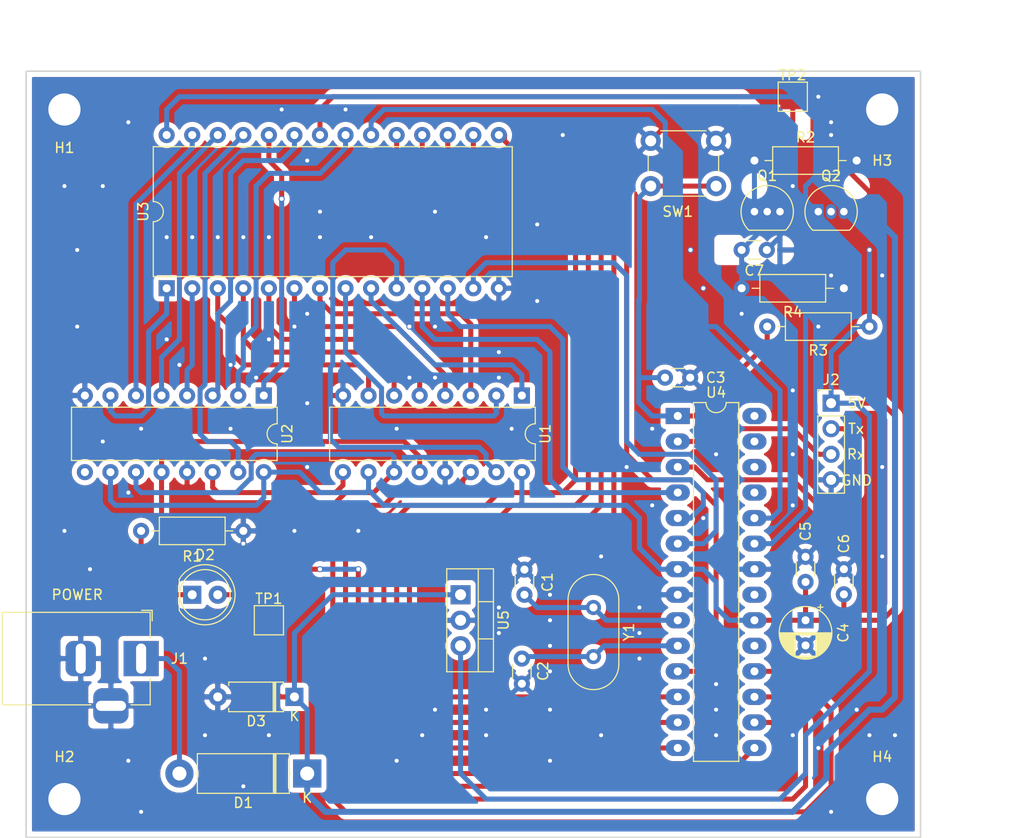
<source format=kicad_pcb>
(kicad_pcb (version 20171130) (host pcbnew "(5.1.5-0)")
  (layers (0 F.Cu signal) (31 B.Cu signal) (34 B.Paste user) (35 F.Paste user) (36 B.SilkS user) (37 F.SilkS user) (38 B.Mask user) (39 F.Mask user) (44 Edge.Cuts user))
  (net 0 "")
  (net 1 GND)
  (net 2 +12V)
  (net 3 "Net-(D2-Pad1)")
  (net 4 +5V)
  (net 5 "Net-(U1-Pad9)")
  (net 6 RESET)
  (net 7 "Net-(D1-Pad2)")
  (net 8 XTAL1)
  (net 9 XTAL2)
  (net 10 TX)
  (net 11 RX)
  (net 12 RWPIN)
  (net 13 OE)
  (net 14 ABUS_1)
  (net 15 ABUS_2)
  (net 16 ABUS_3)
  (net 17 SRCLK)
  (net 18 ABUS_4)
  (net 19 RCLK)
  (net 20 ABUS_5)
  (net 21 ABUS_6)
  (net 22 SER)
  (net 23 ABUS_7)
  (net 24 ABUS_0)
  (net 25 ABUS_8)
  (net 26 ABUS_15)
  (net 27 ABUS_14)
  (net 28 ABUS_13)
  (net 29 ABUS_12)
  (net 30 ABUS_11)
  (net 31 ABUS_10)
  (net 32 ABUS_9)
  (net 33 DBUS_3)
  (net 34 DBUS_4)
  (net 35 DBUS_5)
  (net 36 DBUS_6)
  (net 37 DBUS_7)
  (net 38 CE)
  (net 39 DBUS_0)
  (net 40 DBUS_1)
  (net 41 DBUS_2)
  (net 42 "Net-(C7-Pad2)")
  (net 43 "Net-(Q1-Pad1)")
  (net 44 "Net-(Q2-Pad1)")
  (module Resistor_THT:R_Axial_DIN0207_L6.3mm_D2.5mm_P10.16mm_Horizontal (layer F.Cu) (at 185.42 99.06 180)
    (fp_text reference R3 (at 5.08 -2.37) (layer F.SilkS))
    (fp_text value 1KΩ)
    (pad 1 thru_hole circle (at 0 0 180) (size 1.6 1.6) (drill 0.8) (layers *.Cu *.Mask) (net 4 +5V))
    (pad 2 thru_hole oval (at 10.16 0 180) (size 1.6 1.6) (drill 0.8) (layers *.Cu *.Mask) (net 6 RESET))
  )
  (module LED_THT:LED_D5.0mm (layer F.Cu) (at 118.11 125.73)
    (fp_text reference D2 (at 1.27 -3.96 180) (layer F.SilkS))
    (fp_text value LED)
    (pad 1 thru_hole rect (at 0 0) (size 1.8 1.8) (drill 0.9) (layers *.Cu *.Mask) (net 3 "Net-(D2-Pad1)"))
    (pad 2 thru_hole circle (at 2.54 0) (size 1.8 1.8) (drill 0.9) (layers *.Cu *.Mask) (net 2 +12V))
  )
  (module Package_DIP:DIP-28_W7.62mm_LongPads (layer F.Cu) (at 166.37 107.95)
    (fp_text reference U4 (at 3.81 -2.33) (layer F.SilkS))
    (fp_text value ATMEGA328-PU)
    (pad 1 thru_hole rect (at 0 0) (size 2.4 1.6) (drill 0.8) (layers *.Cu *.Mask) (net 6 RESET))
    (pad 15 thru_hole oval (at 7.62 33.02) (size 2.4 1.6) (drill 0.8) (layers *.Cu *.Mask) (net 37 DBUS_7))
    (pad 2 thru_hole oval (at 0 2.54) (size 2.4 1.6) (drill 0.8) (layers *.Cu *.Mask) (net 11 RX))
    (pad 16 thru_hole oval (at 7.62 30.48) (size 2.4 1.6) (drill 0.8) (layers *.Cu *.Mask) (net 19 RCLK))
    (pad 3 thru_hole oval (at 0 5.08) (size 2.4 1.6) (drill 0.8) (layers *.Cu *.Mask) (net 10 TX))
    (pad 17 thru_hole oval (at 7.62 27.94) (size 2.4 1.6) (drill 0.8) (layers *.Cu *.Mask) (net 22 SER))
    (pad 4 thru_hole oval (at 0 7.62) (size 2.4 1.6) (drill 0.8) (layers *.Cu *.Mask) (net 39 DBUS_0))
    (pad 18 thru_hole oval (at 7.62 25.4) (size 2.4 1.6) (drill 0.8) (layers *.Cu *.Mask) (net 17 SRCLK))
    (pad 5 thru_hole oval (at 0 10.16) (size 2.4 1.6) (drill 0.8) (layers *.Cu *.Mask) (net 40 DBUS_1))
    (pad 19 thru_hole oval (at 7.62 22.86) (size 2.4 1.6) (drill 0.8) (layers *.Cu *.Mask))
    (pad 6 thru_hole oval (at 0 12.7) (size 2.4 1.6) (drill 0.8) (layers *.Cu *.Mask) (net 41 DBUS_2))
    (pad 20 thru_hole oval (at 7.62 20.32) (size 2.4 1.6) (drill 0.8) (layers *.Cu *.Mask) (net 4 +5V))
    (pad 7 thru_hole oval (at 0 15.24) (size 2.4 1.6) (drill 0.8) (layers *.Cu *.Mask) (net 4 +5V))
    (pad 21 thru_hole oval (at 7.62 17.78) (size 2.4 1.6) (drill 0.8) (layers *.Cu *.Mask))
    (pad 8 thru_hole oval (at 0 17.78) (size 2.4 1.6) (drill 0.8) (layers *.Cu *.Mask) (net 1 GND))
    (pad 22 thru_hole oval (at 7.62 15.24) (size 2.4 1.6) (drill 0.8) (layers *.Cu *.Mask) (net 1 GND))
    (pad 9 thru_hole oval (at 0 20.32) (size 2.4 1.6) (drill 0.8) (layers *.Cu *.Mask) (net 8 XTAL1))
    (pad 23 thru_hole oval (at 7.62 12.7) (size 2.4 1.6) (drill 0.8) (layers *.Cu *.Mask) (net 12 RWPIN))
    (pad 10 thru_hole oval (at 0 22.86) (size 2.4 1.6) (drill 0.8) (layers *.Cu *.Mask) (net 9 XTAL2))
    (pad 24 thru_hole oval (at 7.62 10.16) (size 2.4 1.6) (drill 0.8) (layers *.Cu *.Mask) (net 38 CE))
    (pad 11 thru_hole oval (at 0 25.4) (size 2.4 1.6) (drill 0.8) (layers *.Cu *.Mask) (net 33 DBUS_3))
    (pad 25 thru_hole oval (at 7.62 7.62) (size 2.4 1.6) (drill 0.8) (layers *.Cu *.Mask))
    (pad 12 thru_hole oval (at 0 27.94) (size 2.4 1.6) (drill 0.8) (layers *.Cu *.Mask) (net 34 DBUS_4))
    (pad 26 thru_hole oval (at 7.62 5.08) (size 2.4 1.6) (drill 0.8) (layers *.Cu *.Mask))
    (pad 13 thru_hole oval (at 0 30.48) (size 2.4 1.6) (drill 0.8) (layers *.Cu *.Mask) (net 35 DBUS_5))
    (pad 27 thru_hole oval (at 7.62 2.54) (size 2.4 1.6) (drill 0.8) (layers *.Cu *.Mask))
    (pad 14 thru_hole oval (at 0 33.02) (size 2.4 1.6) (drill 0.8) (layers *.Cu *.Mask) (net 36 DBUS_6))
    (pad 28 thru_hole oval (at 7.62 0) (size 2.4 1.6) (drill 0.8) (layers *.Cu *.Mask))
  )
  (module Resistor_THT:R_Axial_DIN0207_L6.3mm_D2.5mm_P10.16mm_Horizontal (layer F.Cu) (at 173.99 82.55)
    (fp_text reference R2 (at 5.08 -2.31) (layer F.SilkS))
    (fp_text value 1KΩ)
    (pad 2 thru_hole oval (at 10.16 0) (size 1.6 1.6) (drill 0.8) (layers *.Cu *.Mask) (net 12 RWPIN))
    (pad 1 thru_hole circle (at 0 0) (size 1.6 1.6) (drill 0.8) (layers *.Cu *.Mask) (net 43 "Net-(Q1-Pad1)"))
  )
  (module Package_DIP:DIP-28_W15.24mm (layer F.Cu) (at 115.57 95.25 90)
    (fp_text reference U3 (at 7.62 -2.33 90) (layer F.SilkS))
    (fp_text value 27C512)
    (pad 1 thru_hole rect (at 0 0 90) (size 1.6 1.6) (drill 0.8) (layers *.Cu *.Mask) (net 26 ABUS_15))
    (pad 15 thru_hole oval (at 15.24 33.02 90) (size 1.6 1.6) (drill 0.8) (layers *.Cu *.Mask) (net 33 DBUS_3))
    (pad 2 thru_hole oval (at 0 2.54 90) (size 1.6 1.6) (drill 0.8) (layers *.Cu *.Mask) (net 29 ABUS_12))
    (pad 16 thru_hole oval (at 15.24 30.48 90) (size 1.6 1.6) (drill 0.8) (layers *.Cu *.Mask) (net 34 DBUS_4))
    (pad 3 thru_hole oval (at 0 5.08 90) (size 1.6 1.6) (drill 0.8) (layers *.Cu *.Mask) (net 23 ABUS_7))
    (pad 17 thru_hole oval (at 15.24 27.94 90) (size 1.6 1.6) (drill 0.8) (layers *.Cu *.Mask) (net 35 DBUS_5))
    (pad 4 thru_hole oval (at 0 7.62 90) (size 1.6 1.6) (drill 0.8) (layers *.Cu *.Mask) (net 21 ABUS_6))
    (pad 18 thru_hole oval (at 15.24 25.4 90) (size 1.6 1.6) (drill 0.8) (layers *.Cu *.Mask) (net 36 DBUS_6))
    (pad 5 thru_hole oval (at 0 10.16 90) (size 1.6 1.6) (drill 0.8) (layers *.Cu *.Mask) (net 20 ABUS_5))
    (pad 19 thru_hole oval (at 15.24 22.86 90) (size 1.6 1.6) (drill 0.8) (layers *.Cu *.Mask) (net 37 DBUS_7))
    (pad 6 thru_hole oval (at 0 12.7 90) (size 1.6 1.6) (drill 0.8) (layers *.Cu *.Mask) (net 18 ABUS_4))
    (pad 20 thru_hole oval (at 15.24 20.32 90) (size 1.6 1.6) (drill 0.8) (layers *.Cu *.Mask) (net 38 CE))
    (pad 7 thru_hole oval (at 0 15.24 90) (size 1.6 1.6) (drill 0.8) (layers *.Cu *.Mask) (net 16 ABUS_3))
    (pad 21 thru_hole oval (at 15.24 17.78 90) (size 1.6 1.6) (drill 0.8) (layers *.Cu *.Mask) (net 31 ABUS_10))
    (pad 8 thru_hole oval (at 0 17.78 90) (size 1.6 1.6) (drill 0.8) (layers *.Cu *.Mask) (net 15 ABUS_2))
    (pad 22 thru_hole oval (at 15.24 15.24 90) (size 1.6 1.6) (drill 0.8) (layers *.Cu *.Mask) (net 13 OE))
    (pad 9 thru_hole oval (at 0 20.32 90) (size 1.6 1.6) (drill 0.8) (layers *.Cu *.Mask) (net 14 ABUS_1))
    (pad 23 thru_hole oval (at 15.24 12.7 90) (size 1.6 1.6) (drill 0.8) (layers *.Cu *.Mask) (net 30 ABUS_11))
    (pad 10 thru_hole oval (at 0 22.86 90) (size 1.6 1.6) (drill 0.8) (layers *.Cu *.Mask) (net 24 ABUS_0))
    (pad 24 thru_hole oval (at 15.24 10.16 90) (size 1.6 1.6) (drill 0.8) (layers *.Cu *.Mask) (net 32 ABUS_9))
    (pad 11 thru_hole oval (at 0 25.4 90) (size 1.6 1.6) (drill 0.8) (layers *.Cu *.Mask) (net 39 DBUS_0))
    (pad 25 thru_hole oval (at 15.24 7.62 90) (size 1.6 1.6) (drill 0.8) (layers *.Cu *.Mask) (net 25 ABUS_8))
    (pad 12 thru_hole oval (at 0 27.94 90) (size 1.6 1.6) (drill 0.8) (layers *.Cu *.Mask) (net 40 DBUS_1))
    (pad 26 thru_hole oval (at 15.24 5.08 90) (size 1.6 1.6) (drill 0.8) (layers *.Cu *.Mask) (net 28 ABUS_13))
    (pad 13 thru_hole oval (at 0 30.48 90) (size 1.6 1.6) (drill 0.8) (layers *.Cu *.Mask) (net 41 DBUS_2))
    (pad 27 thru_hole oval (at 15.24 2.54 90) (size 1.6 1.6) (drill 0.8) (layers *.Cu *.Mask) (net 27 ABUS_14))
    (pad 14 thru_hole oval (at 0 33.02 90) (size 1.6 1.6) (drill 0.8) (layers *.Cu *.Mask) (net 1 GND))
    (pad 28 thru_hole oval (at 15.24 0 90) (size 1.6 1.6) (drill 0.8) (layers *.Cu *.Mask) (net 4 +5V))
  )
  (module Package_DIP:DIP-16_W7.62mm (layer F.Cu) (at 125.222 105.918 270)
    (fp_text reference U2 (at 3.81 -2.33 270) (layer F.SilkS))
    (fp_text value 74HC595)
    (pad 16 thru_hole oval (at 7.62 0 270) (size 1.6 1.6) (drill 0.8) (layers *.Cu *.Mask) (net 4 +5V))
    (pad 8 thru_hole oval (at 0 17.78 270) (size 1.6 1.6) (drill 0.8) (layers *.Cu *.Mask) (net 1 GND))
    (pad 15 thru_hole oval (at 7.62 2.54 270) (size 1.6 1.6) (drill 0.8) (layers *.Cu *.Mask) (net 25 ABUS_8))
    (pad 7 thru_hole oval (at 0 15.24 270) (size 1.6 1.6) (drill 0.8) (layers *.Cu *.Mask) (net 26 ABUS_15))
    (pad 14 thru_hole oval (at 7.62 5.08 270) (size 1.6 1.6) (drill 0.8) (layers *.Cu *.Mask) (net 5 "Net-(U1-Pad9)"))
    (pad 6 thru_hole oval (at 0 12.7 270) (size 1.6 1.6) (drill 0.8) (layers *.Cu *.Mask) (net 27 ABUS_14))
    (pad 13 thru_hole oval (at 7.62 7.62 270) (size 1.6 1.6) (drill 0.8) (layers *.Cu *.Mask) (net 1 GND))
    (pad 5 thru_hole oval (at 0 10.16 270) (size 1.6 1.6) (drill 0.8) (layers *.Cu *.Mask) (net 28 ABUS_13))
    (pad 12 thru_hole oval (at 7.62 10.16 270) (size 1.6 1.6) (drill 0.8) (layers *.Cu *.Mask) (net 19 RCLK))
    (pad 4 thru_hole oval (at 0 7.62 270) (size 1.6 1.6) (drill 0.8) (layers *.Cu *.Mask) (net 29 ABUS_12))
    (pad 11 thru_hole oval (at 7.62 12.7 270) (size 1.6 1.6) (drill 0.8) (layers *.Cu *.Mask) (net 17 SRCLK))
    (pad 3 thru_hole oval (at 0 5.08 270) (size 1.6 1.6) (drill 0.8) (layers *.Cu *.Mask) (net 30 ABUS_11))
    (pad 10 thru_hole oval (at 7.62 15.24 270) (size 1.6 1.6) (drill 0.8) (layers *.Cu *.Mask) (net 4 +5V))
    (pad 2 thru_hole oval (at 0 2.54 270) (size 1.6 1.6) (drill 0.8) (layers *.Cu *.Mask) (net 31 ABUS_10))
    (pad 9 thru_hole oval (at 7.62 17.78 270) (size 1.6 1.6) (drill 0.8) (layers *.Cu *.Mask))
    (pad 1 thru_hole rect (at 0 0 270) (size 1.6 1.6) (drill 0.8) (layers *.Cu *.Mask) (net 32 ABUS_9))
  )
  (module Package_DIP:DIP-16_W7.62mm (layer F.Cu) (at 150.876 105.918 270)
    (fp_text reference U1 (at 3.81 -2.33 270) (layer F.SilkS))
    (fp_text value 74HC595)
    (pad 1 thru_hole rect (at 0 0 270) (size 1.6 1.6) (drill 0.8) (layers *.Cu *.Mask) (net 14 ABUS_1))
    (pad 9 thru_hole oval (at 7.62 17.78 270) (size 1.6 1.6) (drill 0.8) (layers *.Cu *.Mask) (net 5 "Net-(U1-Pad9)"))
    (pad 2 thru_hole oval (at 0 2.54 270) (size 1.6 1.6) (drill 0.8) (layers *.Cu *.Mask) (net 15 ABUS_2))
    (pad 10 thru_hole oval (at 7.62 15.24 270) (size 1.6 1.6) (drill 0.8) (layers *.Cu *.Mask) (net 4 +5V))
    (pad 3 thru_hole oval (at 0 5.08 270) (size 1.6 1.6) (drill 0.8) (layers *.Cu *.Mask) (net 16 ABUS_3))
    (pad 11 thru_hole oval (at 7.62 12.7 270) (size 1.6 1.6) (drill 0.8) (layers *.Cu *.Mask) (net 17 SRCLK))
    (pad 4 thru_hole oval (at 0 7.62 270) (size 1.6 1.6) (drill 0.8) (layers *.Cu *.Mask) (net 18 ABUS_4))
    (pad 12 thru_hole oval (at 7.62 10.16 270) (size 1.6 1.6) (drill 0.8) (layers *.Cu *.Mask) (net 19 RCLK))
    (pad 5 thru_hole oval (at 0 10.16 270) (size 1.6 1.6) (drill 0.8) (layers *.Cu *.Mask) (net 20 ABUS_5))
    (pad 13 thru_hole oval (at 7.62 7.62 270) (size 1.6 1.6) (drill 0.8) (layers *.Cu *.Mask) (net 1 GND))
    (pad 6 thru_hole oval (at 0 12.7 270) (size 1.6 1.6) (drill 0.8) (layers *.Cu *.Mask) (net 21 ABUS_6))
    (pad 14 thru_hole oval (at 7.62 5.08 270) (size 1.6 1.6) (drill 0.8) (layers *.Cu *.Mask) (net 22 SER))
    (pad 7 thru_hole oval (at 0 15.24 270) (size 1.6 1.6) (drill 0.8) (layers *.Cu *.Mask) (net 23 ABUS_7))
    (pad 15 thru_hole oval (at 7.62 2.54 270) (size 1.6 1.6) (drill 0.8) (layers *.Cu *.Mask) (net 24 ABUS_0))
    (pad 8 thru_hole oval (at 0 17.78 270) (size 1.6 1.6) (drill 0.8) (layers *.Cu *.Mask) (net 1 GND))
    (pad 16 thru_hole oval (at 7.62 0 270) (size 1.6 1.6) (drill 0.8) (layers *.Cu *.Mask) (net 4 +5V))
  )
  (module Package_TO_SOT_THT:TO-220-3_Vertical (layer F.Cu) (at 144.78 125.73 270)
    (fp_text reference U5 (at 2.54 -4.27 90) (layer F.SilkS))
    (fp_text value L7806)
    (pad 1 thru_hole rect (at 0 0 270) (size 1.905 2) (drill 1.1) (layers *.Cu *.Mask) (net 2 +12V))
    (pad 2 thru_hole oval (at 2.54 0 270) (size 1.905 2) (drill 1.1) (layers *.Cu *.Mask) (net 1 GND))
    (pad 3 thru_hole oval (at 5.08 0 270) (size 1.905 2) (drill 1.1) (layers *.Cu *.Mask) (net 4 +5V))
  )
  (module Button_Switch_THT:SW_PUSH_6mm_H5mm (layer F.Cu) (at 163.68 80.59)
    (fp_text reference SW1 (at 2.69 7.04) (layer F.SilkS))
    (fp_text value SW_Push)
    (pad 2 thru_hole circle (at 0 4.5 90) (size 2 2) (drill 1.1) (layers *.Cu *.Mask) (net 6 RESET))
    (pad 1 thru_hole circle (at 0 0 90) (size 2 2) (drill 1.1) (layers *.Cu *.Mask) (net 1 GND))
    (pad 2 thru_hole circle (at 6.5 4.5 90) (size 2 2) (drill 1.1) (layers *.Cu *.Mask) (net 6 RESET))
    (pad 1 thru_hole circle (at 6.5 0 90) (size 2 2) (drill 1.1) (layers *.Cu *.Mask) (net 1 GND))
  )
  (module Capacitor_THT:C_Disc_D3.0mm_W1.6mm_P2.50mm (layer F.Cu) (at 151.13 125.73 90)
    (fp_text reference C1 (at 1.25 2.286 270) (layer F.SilkS))
    (fp_text value 22pF)
    (pad 1 thru_hole circle (at 0 0 90) (size 1.6 1.6) (drill 0.8) (layers *.Cu *.Mask) (net 8 XTAL1))
    (pad 2 thru_hole circle (at 2.5 0 90) (size 1.6 1.6) (drill 0.8) (layers *.Cu *.Mask) (net 1 GND))
  )
  (module Capacitor_THT:C_Disc_D3.0mm_W1.6mm_P2.50mm (layer F.Cu) (at 150.876 132.08 270)
    (fp_text reference C2 (at 1.25 -2.11 270) (layer F.SilkS))
    (fp_text value 22pF)
    (pad 2 thru_hole circle (at 2.5 0 270) (size 1.6 1.6) (drill 0.8) (layers *.Cu *.Mask) (net 1 GND))
    (pad 1 thru_hole circle (at 0 0 270) (size 1.6 1.6) (drill 0.8) (layers *.Cu *.Mask) (net 9 XTAL2))
  )
  (module Diode_THT:D_5W_P12.70mm_Horizontal (layer F.Cu) (at 129.54 143.51 180)
    (fp_text reference D1 (at 6.35 -2.91 180) (layer F.SilkS))
    (fp_text value 1N4001)
    (fp_text user K (at 0 -2.4) (layer F.SilkS))
    (pad 1 thru_hole rect (at 0 0 180) (size 2.8 2.8) (drill 1.4) (layers *.Cu *.Mask) (net 2 +12V))
    (pad 2 thru_hole oval (at 12.7 0 180) (size 2.8 2.8) (drill 1.4) (layers *.Cu *.Mask) (net 7 "Net-(D1-Pad2)"))
  )
  (module Diode_THT:D_A-405_P7.62mm_Horizontal (layer F.Cu) (at 128.27 135.89 180)
    (fp_text reference D3 (at 3.81 -2.41 180) (layer F.SilkS))
    (fp_text value 1N4001)
    (fp_text user K (at 0 -1.9) (layer F.SilkS))
    (pad 1 thru_hole rect (at 0 0 180) (size 1.8 1.8) (drill 0.9) (layers *.Cu *.Mask) (net 2 +12V))
    (pad 2 thru_hole oval (at 7.62 0 180) (size 1.8 1.8) (drill 0.9) (layers *.Cu *.Mask) (net 1 GND))
  )
  (module Connector_BarrelJack:BarrelJack_Horizontal (layer F.Cu) (at 113.03 132.08)
    (fp_text reference J1 (at 3.81 0) (layer F.SilkS))
    (fp_text value Jack-DC)
    (pad 1 thru_hole rect (at 0 0) (size 3.5 3.5) (drill oval 1 3) (layers *.Cu *.Mask) (net 7 "Net-(D1-Pad2)"))
    (pad 2 thru_hole roundrect (at -6 0) (size 3 3.5) (drill oval 1 3) (layers *.Cu *.Mask) (net 1 GND))
    (pad 3 thru_hole roundrect (at -3 4.7) (size 3.5 3.5) (drill oval 3 1) (layers *.Cu *.Mask) (net 1 GND))
  )
  (module Connector_PinHeader_2.54mm:PinHeader_1x04_P2.54mm_Vertical (layer F.Cu) (at 181.61 106.68)
    (fp_text reference J2 (at 0 -2.33) (layer F.SilkS))
    (fp_text value Conn_01x04)
    (pad 1 thru_hole rect (at 0 0) (size 1.7 1.7) (drill 1) (layers *.Cu *.Mask) (net 4 +5V))
    (pad 2 thru_hole oval (at 0 2.54) (size 1.7 1.7) (drill 1) (layers *.Cu *.Mask) (net 10 TX))
    (pad 3 thru_hole oval (at 0 5.08) (size 1.7 1.7) (drill 1) (layers *.Cu *.Mask) (net 11 RX))
    (pad 4 thru_hole oval (at 0 7.62) (size 1.7 1.7) (drill 1) (layers *.Cu *.Mask) (net 1 GND))
  )
  (module Resistor_THT:R_Axial_DIN0207_L6.3mm_D2.5mm_P10.16mm_Horizontal (layer F.Cu) (at 113.03 119.38)
    (fp_text reference R1 (at 5.08 2.54) (layer F.SilkS))
    (fp_text value 560Ω)
    (pad 1 thru_hole circle (at 0 0) (size 1.6 1.6) (drill 0.8) (layers *.Cu *.Mask) (net 3 "Net-(D2-Pad1)"))
    (pad 2 thru_hole oval (at 10.16 0) (size 1.6 1.6) (drill 0.8) (layers *.Cu *.Mask) (net 1 GND))
  )
  (module Crystal:Crystal_HC49-4H_Vertical (layer F.Cu) (at 157.988 127 270)
    (fp_text reference Y1 (at 2.44 -3.525 270) (layer F.SilkS))
    (fp_text value 16MHz)
    (pad 1 thru_hole circle (at 0 0 270) (size 1.5 1.5) (drill 0.8) (layers *.Cu *.Mask) (net 8 XTAL1))
    (pad 2 thru_hole circle (at 4.88 0 270) (size 1.5 1.5) (drill 0.8) (layers *.Cu *.Mask) (net 9 XTAL2))
  )
  (module TestPoint:TestPoint_Pad_2.5x2.5mm (layer F.Cu) (at 125.73 128.27)
    (fp_text reference TP1 (at 0 -2.148) (layer F.SilkS))
    (fp_text value TestPoint)
    (pad 1 smd rect (at 0 0) (size 2.5 2.5) (layers F.Cu F.Mask) (net 2 +12V))
  )
  (module TestPoint:TestPoint_Pad_2.5x2.5mm (layer F.Cu) (at 177.8 76.2)
    (fp_text reference TP2 (at 0 -2.148) (layer F.SilkS))
    (fp_text value TestPoint)
    (pad 1 smd rect (at 0 0) (size 2.5 2.5) (layers F.Cu F.Mask) (net 13 OE))
  )
  (module Capacitor_THT:C_Disc_D3.0mm_W1.6mm_P2.50mm (layer F.Cu) (at 165.1 104.14)
    (fp_text reference C3 (at 5.04 0) (layer F.SilkS))
    (fp_text value 0.1µF)
    (pad 1 thru_hole circle (at 0 0) (size 1.6 1.6) (drill 0.8) (layers *.Cu *.Mask) (net 6 RESET))
    (pad 2 thru_hole circle (at 2.5 0) (size 1.6 1.6) (drill 0.8) (layers *.Cu *.Mask) (net 1 GND))
  )
  (module Capacitor_THT:CP_Radial_D5.0mm_P2.50mm (layer F.Cu) (at 179.07 128.27 270)
    (fp_text reference C4 (at 1.25 -3.75 90) (layer F.SilkS))
    (fp_text value 10uF)
    (pad 1 thru_hole rect (at 0 0 270) (size 1.6 1.6) (drill 0.8) (layers *.Cu *.Mask) (net 4 +5V))
    (pad 2 thru_hole circle (at 2.5 0 270) (size 1.6 1.6) (drill 0.8) (layers *.Cu *.Mask) (net 1 GND))
  )
  (module Capacitor_THT:C_Disc_D3.0mm_W1.6mm_P2.50mm (layer F.Cu) (at 179.07 121.96 270)
    (fp_text reference C5 (at -2.54 0 90) (layer F.SilkS))
    (fp_text value 0.01µF)
    (pad 2 thru_hole circle (at 2.5 0 270) (size 1.6 1.6) (drill 0.8) (layers *.Cu *.Mask) (net 4 +5V))
    (pad 1 thru_hole circle (at 0 0 270) (size 1.6 1.6) (drill 0.8) (layers *.Cu *.Mask) (net 1 GND))
  )
  (module Capacitor_THT:C_Disc_D3.0mm_W1.6mm_P2.50mm (layer F.Cu) (at 182.88 123.19 270)
    (fp_text reference C6 (at -2.54 0 90) (layer F.SilkS))
    (fp_text value 0.1uF)
    (pad 1 thru_hole circle (at 0 0 270) (size 1.6 1.6) (drill 0.8) (layers *.Cu *.Mask) (net 1 GND))
    (pad 2 thru_hole circle (at 2.5 0 270) (size 1.6 1.6) (drill 0.8) (layers *.Cu *.Mask) (net 4 +5V))
  )
  (module MountingHole:MountingHole_3.2mm_M3 (layer F.Cu) (at 105.41 77.47)
    (fp_text reference H1 (at 0 3.81) (layer F.SilkS))
    (fp_text value MountingHole)
    (pad 1 np_thru_hole circle (at 0 0) (size 3.2 3.2) (drill 3.2) (layers *.Cu *.Mask))
  )
  (module MountingHole:MountingHole_3.2mm_M3 (layer F.Cu) (at 105.41 146.05)
    (fp_text reference H2 (at 0 -4.2) (layer F.SilkS))
    (fp_text value MountingHole)
    (pad 1 np_thru_hole circle (at 0 0) (size 3.2 3.2) (drill 3.2) (layers *.Cu *.Mask))
  )
  (module MountingHole:MountingHole_3.2mm_M3 (layer F.Cu) (at 186.69 77.47)
    (fp_text reference H3 (at 0 5.08) (layer F.SilkS))
    (fp_text value MountingHole)
    (pad 1 np_thru_hole circle (at 0 0) (size 3.2 3.2) (drill 3.2) (layers *.Cu *.Mask))
  )
  (module MountingHole:MountingHole_3.2mm_M3 (layer F.Cu) (at 186.69 146.05)
    (fp_text reference H4 (at 0 -4.2) (layer F.SilkS))
    (fp_text value MountingHole)
    (pad 1 np_thru_hole circle (at 0 0) (size 3.2 3.2) (drill 3.2) (layers *.Cu *.Mask))
  )
  (module Capacitor_THT:C_Disc_D3.0mm_W1.6mm_P2.50mm (layer F.Cu) (at 175.22 91.44 180)
    (fp_text reference C7 (at 1.25 -2.05) (layer F.SilkS))
    (fp_text value 390nF)
    (pad 1 thru_hole circle (at 0 0 180) (size 1.6 1.6) (drill 0.8) (layers *.Cu *.Mask) (net 1 GND))
    (pad 2 thru_hole circle (at 2.5 0 180) (size 1.6 1.6) (drill 0.8) (layers *.Cu *.Mask) (net 42 "Net-(C7-Pad2)"))
  )
  (module Package_TO_SOT_THT:TO-92_Inline (layer F.Cu) (at 173.99 87.63)
    (fp_text reference Q1 (at 1.27 -3.56) (layer F.SilkS))
    (fp_text value Q_NPN_BCE)
    (pad 1 thru_hole rect (at 0 0) (size 1.05 1.5) (drill 0.75) (layers *.Cu *.Mask) (net 43 "Net-(Q1-Pad1)"))
    (pad 3 thru_hole oval (at 2.54 0) (size 1.05 1.5) (drill 0.75) (layers *.Cu *.Mask) (net 1 GND))
    (pad 2 thru_hole oval (at 1.27 0) (size 1.05 1.5) (drill 0.75) (layers *.Cu *.Mask) (net 42 "Net-(C7-Pad2)"))
  )
  (module Package_TO_SOT_THT:TO-92_Inline (layer F.Cu) (at 180.34 87.63)
    (fp_text reference Q2 (at 1.27 -3.56) (layer F.SilkS))
    (fp_text value Q_PNP_BEC)
    (pad 2 thru_hole oval (at 1.27 0) (size 1.05 1.5) (drill 0.75) (layers *.Cu *.Mask) (net 13 OE))
    (pad 3 thru_hole oval (at 2.54 0) (size 1.05 1.5) (drill 0.75) (layers *.Cu *.Mask) (net 2 +12V))
    (pad 1 thru_hole rect (at 0 0) (size 1.05 1.5) (drill 0.75) (layers *.Cu *.Mask) (net 44 "Net-(Q2-Pad1)"))
  )
  (module Resistor_THT:R_Axial_DIN0207_L6.3mm_D2.5mm_P10.16mm_Horizontal (layer F.Cu) (at 182.88 95.25 180)
    (fp_text reference R4 (at 5.08 -2.37) (layer F.SilkS))
    (fp_text value 1KΩ)
    (pad 1 thru_hole circle (at 0 0 180) (size 1.6 1.6) (drill 0.8) (layers *.Cu *.Mask) (net 44 "Net-(Q2-Pad1)"))
    (pad 2 thru_hole oval (at 10.16 0 180) (size 1.6 1.6) (drill 0.8) (layers *.Cu *.Mask) (net 42 "Net-(C7-Pad2)"))
  )
  (gr_text POWER (at 106.68 125.73) (layer F.SilkS) (effects (font (size 1 1))))
  (gr_text GND (at 184.15 114.36) (layer F.SilkS) (effects (font (size 1 1))))
  (gr_text Rx (at 184.09 111.76) (layer F.SilkS) (effects (font (size 1 1))))
  (gr_text Tx (at 184.09 109.22) (layer F.SilkS) (effects (font (size 1 1))))
  (gr_text 5V (at 184.15 106.68) (layer F.SilkS) (effects (font (size 1 1))))
  (gr_line (start 101.6 149.86) (end 101.6 73.66) (layer Edge.Cuts) (width 0.15))
  (gr_line (start 190.5 149.86) (end 101.6 149.86) (layer Edge.Cuts) (width 0.15))
  (gr_line (start 190.5 73.66) (end 190.5 149.86) (layer Edge.Cuts) (width 0.15))
  (gr_line (start 101.6 73.66) (end 190.5 73.66) (layer Edge.Cuts) (width 0.15))
  (via (at 180.34 99.06) (size 0.6) (drill 0.4) (layers F.Cu B.Cu) (net 1))
  (via (at 139.7 99.06) (size 0.6) (drill 0.4) (layers F.Cu B.Cu) (net 1))
  (via (at 142.24 87.63) (size 0.6) (drill 0.4) (layers F.Cu B.Cu) (net 1))
  (via (at 133.35 77.47) (size 0.6) (drill 0.4) (layers F.Cu B.Cu) (net 1))
  (via (at 127 77.47) (size 0.6) (drill 0.4) (layers F.Cu B.Cu) (net 1))
  (via (at 129.54 82.55) (size 0.6) (drill 0.4) (layers F.Cu B.Cu) (net 1))
  (via (at 115.57 90.17) (size 0.6) (drill 0.4) (layers F.Cu B.Cu) (net 1))
  (via (at 118.11 90.17) (size 0.6) (drill 0.4) (layers F.Cu B.Cu) (net 1))
  (via (at 120.65 90.17) (size 0.6) (drill 0.4) (layers F.Cu B.Cu) (net 1))
  (via (at 123.19 90.17) (size 0.6) (drill 0.4) (layers F.Cu B.Cu) (net 1))
  (via (at 125.73 90.17) (size 0.6) (drill 0.4) (layers F.Cu B.Cu) (net 1))
  (via (at 130.81 87.63) (size 0.6) (drill 0.4) (layers F.Cu B.Cu) (net 1))
  (via (at 130.81 90.17) (size 0.6) (drill 0.4) (layers F.Cu B.Cu) (net 1))
  (via (at 135.89 90.17) (size 0.6) (drill 0.4) (layers F.Cu B.Cu) (net 1))
  (via (at 142.24 104.14) (size 0.6) (drill 0.4) (layers F.Cu B.Cu) (net 1))
  (via (at 154.94 80.01) (size 0.6) (drill 0.4) (layers F.Cu B.Cu) (net 1))
  (via (at 180.34 76.2) (size 0.6) (drill 0.4) (layers F.Cu B.Cu) (net 1))
  (via (at 181.61 78.74) (size 0.6) (drill 0.4) (layers F.Cu B.Cu) (net 1))
  (via (at 181.61 93.98) (size 0.6) (drill 0.4) (layers F.Cu B.Cu) (net 1))
  (via (at 172.72 97.79) (size 0.6) (drill 0.4) (layers F.Cu B.Cu) (net 1))
  (via (at 177.8 85.09) (size 0.6) (drill 0.4) (layers F.Cu B.Cu) (net 1))
  (via (at 186.69 93.98) (size 0.6) (drill 0.4) (layers F.Cu B.Cu) (net 1))
  (via (at 186.69 113.03) (size 0.6) (drill 0.4) (layers F.Cu B.Cu) (net 1))
  (via (at 186.69 121.92) (size 0.6) (drill 0.4) (layers F.Cu B.Cu) (net 1))
  (via (at 184.15 137.16) (size 0.6) (drill 0.4) (layers F.Cu B.Cu) (net 1))
  (via (at 170.18 137.16) (size 0.6) (drill 0.4) (layers F.Cu B.Cu) (net 1))
  (via (at 170.18 139.7) (size 0.6) (drill 0.4) (layers F.Cu B.Cu) (net 1))
  (via (at 177.8 139.7) (size 0.6) (drill 0.4) (layers F.Cu B.Cu) (net 1))
  (via (at 180.34 140.97) (size 0.6) (drill 0.4) (layers F.Cu B.Cu) (net 1))
  (via (at 181.61 147.32) (size 0.6) (drill 0.4) (layers F.Cu B.Cu) (net 1))
  (via (at 187.96 139.7) (size 0.6) (drill 0.4) (layers F.Cu B.Cu) (net 1))
  (via (at 185.42 139.7) (size 0.6) (drill 0.4) (layers F.Cu B.Cu) (net 1))
  (via (at 123.19 120.65) (size 0.6) (drill 0.4) (layers F.Cu B.Cu) (net 1))
  (via (at 149.86 109.22) (size 0.6) (drill 0.4) (layers F.Cu B.Cu) (net 1))
  (via (at 138.43 109.22) (size 0.6) (drill 0.4) (layers F.Cu B.Cu) (net 1))
  (via (at 134.62 119.38) (size 0.6) (drill 0.4) (layers F.Cu B.Cu) (net 1))
  (via (at 128.27 119.38) (size 0.6) (drill 0.4) (layers F.Cu B.Cu) (net 1))
  (via (at 109.22 110.49) (size 0.6) (drill 0.4) (layers F.Cu B.Cu) (net 1))
  (via (at 113.03 109.22) (size 0.6) (drill 0.4) (layers F.Cu B.Cu) (net 1))
  (via (at 121.92 109.22) (size 0.6) (drill 0.4) (layers F.Cu B.Cu) (net 1))
  (via (at 148.59 127) (size 0.6) (drill 0.4) (layers F.Cu B.Cu) (net 1))
  (via (at 148.59 129.54) (size 0.6) (drill 0.4) (layers F.Cu B.Cu) (net 1))
  (via (at 162.56 127) (size 0.6) (drill 0.4) (layers F.Cu B.Cu) (net 1))
  (via (at 162.56 129.54) (size 0.6) (drill 0.4) (layers F.Cu B.Cu) (net 1))
  (via (at 162.56 132.08) (size 0.6) (drill 0.4) (layers F.Cu B.Cu) (net 1))
  (via (at 153.67 125.73) (size 0.6) (drill 0.4) (layers F.Cu B.Cu) (net 1))
  (via (at 153.67 128.27) (size 0.6) (drill 0.4) (layers F.Cu B.Cu) (net 1))
  (via (at 153.67 130.81) (size 0.6) (drill 0.4) (layers F.Cu B.Cu) (net 1))
  (via (at 153.67 133.35) (size 0.6) (drill 0.4) (layers F.Cu B.Cu) (net 1))
  (via (at 119.38 132.08) (size 0.6) (drill 0.4) (layers F.Cu B.Cu) (net 1))
  (via (at 119.38 139.7) (size 0.6) (drill 0.4) (layers F.Cu B.Cu) (net 1))
  (via (at 125.73 139.7) (size 0.6) (drill 0.4) (layers F.Cu B.Cu) (net 1))
  (via (at 113.03 147.32) (size 0.6) (drill 0.4) (layers F.Cu B.Cu) (net 1))
  (via (at 111.76 142.24) (size 0.6) (drill 0.4) (layers F.Cu B.Cu) (net 1))
  (via (at 105.41 119.38) (size 0.6) (drill 0.4) (layers F.Cu B.Cu) (net 1))
  (via (at 107.95 123.19) (size 0.6) (drill 0.4) (layers F.Cu B.Cu) (net 1))
  (via (at 111.76 78.74) (size 0.6) (drill 0.4) (layers F.Cu B.Cu) (net 1))
  (via (at 105.41 85.09) (size 0.6) (drill 0.4) (layers F.Cu B.Cu) (net 1))
  (via (at 109.22 85.09) (size 0.6) (drill 0.4) (layers F.Cu B.Cu) (net 1))
  (via (at 106.68 91.44) (size 0.6) (drill 0.4) (layers F.Cu B.Cu) (net 1))
  (via (at 106.68 99.06) (size 0.6) (drill 0.4) (layers F.Cu B.Cu) (net 1))
  (via (at 129.54 106.68) (size 0.6) (drill 0.4) (layers F.Cu B.Cu) (net 1))
  (via (at 158.75 121.92) (size 0.6) (drill 0.4) (layers F.Cu B.Cu) (net 1))
  (via (at 147.32 139.7) (size 0.6) (drill 0.4) (layers F.Cu B.Cu) (net 1))
  (via (at 158.75 139.7) (size 0.6) (drill 0.4) (layers F.Cu B.Cu) (net 1))
  (via (at 140.97 139.7) (size 0.6) (drill 0.4) (layers F.Cu B.Cu) (net 1))
  (via (at 138.43 142.24) (size 0.6) (drill 0.4) (layers F.Cu B.Cu) (net 1))
  (via (at 153.67 142.24) (size 0.6) (drill 0.4) (layers F.Cu B.Cu) (net 1))
  (via (at 168.91 95.25) (size 0.6) (drill 0.4) (layers F.Cu B.Cu) (net 1))
  (via (at 167.64 91.44) (size 0.6) (drill 0.4) (layers F.Cu B.Cu) (net 1))
  (via (at 147.32 90.17) (size 0.6) (drill 0.4) (layers F.Cu B.Cu) (net 1))
  (via (at 152.4 88.9) (size 0.6) (drill 0.4) (layers F.Cu B.Cu) (net 1))
  (via (at 170.18 111.76) (size 0.6) (drill 0.4) (layers F.Cu B.Cu) (net 1))
  (via (at 121.92 102.87) (size 0.6) (drill 0.4) (layers F.Cu B.Cu) (net 1))
  (via (at 124.46 104.14) (size 0.6) (drill 0.4) (layers F.Cu B.Cu) (net 1))
  (via (at 125.73 100.33) (size 0.6) (drill 0.4) (layers F.Cu B.Cu) (net 1))
  (via (at 116.84 102.87) (size 0.6) (drill 0.4) (layers F.Cu B.Cu) (net 1))
  (via (at 115.57 100.33) (size 0.6) (drill 0.4) (layers F.Cu B.Cu) (net 1))
  (via (at 129.54 97.79) (size 0.6) (drill 0.4) (layers F.Cu B.Cu) (net 1))
  (via (at 128.27 99.06) (size 0.6) (drill 0.4) (layers F.Cu B.Cu) (net 1))
  (via (at 153.67 137.16) (size 0.6) (drill 0.4) (layers F.Cu B.Cu) (net 1))
  (via (at 147.32 137.16) (size 0.6) (drill 0.4) (layers F.Cu B.Cu) (net 1))
  (via (at 142.24 137.16) (size 0.6) (drill 0.4) (layers F.Cu B.Cu) (net 1))
  (via (at 170.18 134.62) (size 0.6) (drill 0.4) (layers F.Cu B.Cu) (net 1))
  (via (at 123.19 144.78) (size 0.6) (drill 0.4) (layers F.Cu B.Cu) (net 1))
  (via (at 163.83 116.84) (size 0.6) (drill 0.4) (layers F.Cu B.Cu) (net 1))
  (via (at 161.29 113.03) (size 0.6) (drill 0.4) (layers F.Cu B.Cu) (net 1))
  (via (at 152.4 96.52) (size 0.6) (drill 0.4) (layers F.Cu B.Cu) (net 1))
  (via (at 139.7 104.14) (size 0.6) (drill 0.4) (layers F.Cu B.Cu) (net 1))
  (via (at 142.24 99.06) (size 0.6) (drill 0.4) (layers F.Cu B.Cu) (net 1))
  (via (at 129.54 113.03) (size 0.6) (drill 0.4) (layers F.Cu B.Cu) (net 1))
  (via (at 111.76 115.57) (size 0.6) (drill 0.4) (layers F.Cu B.Cu) (net 1))
  (via (at 168.91 118.11) (size 0.6) (drill 0.4) (layers F.Cu B.Cu) (net 1))
  (via (at 177.8 105.41) (size 0.6) (drill 0.4) (layers F.Cu B.Cu) (net 1))
  (via (at 177.8 111.76) (size 0.6) (drill 0.4) (layers F.Cu B.Cu) (net 1))
  (via (at 177.8 116.84) (size 0.6) (drill 0.4) (layers F.Cu B.Cu) (net 1))
  (via (at 148.59 101.6) (size 0.6) (drill 0.4) (layers F.Cu B.Cu) (net 1))
  (via (at 148.59 104.14) (size 0.6) (drill 0.4) (layers F.Cu B.Cu) (net 1))
  (via (at 163.83 109.22) (size 0.6) (drill 0.4) (layers F.Cu B.Cu) (net 1))
  (segment (start 176.53 90.13) (end 176.53 87.63) (width 0.5) (layer B.Cu) (net 1))
  (segment (start 175.22 91.44) (end 176.53 90.13) (width 0.5) (layer B.Cu) (net 1))
  (segment (start 129.54 137.16) (end 128.27 135.89) (width 0.5) (layer B.Cu) (net 2))
  (segment (start 129.54 143.51) (end 129.54 137.16) (width 0.5) (layer B.Cu) (net 2))
  (segment (start 128.27 135.89) (end 128.27 129.54) (width 0.5) (layer B.Cu) (net 2))
  (segment (start 132.08 125.73) (end 128.27 129.54) (width 0.5) (layer B.Cu) (net 2))
  (segment (start 144.78 125.73) (end 132.08 125.73) (width 0.5) (layer B.Cu) (net 2))
  (segment (start 121.922792 125.73) (end 120.65 125.73) (width 0.5) (layer F.Cu) (net 2))
  (segment (start 124.94 125.73) (end 121.922792 125.73) (width 0.5) (layer F.Cu) (net 2))
  (segment (start 125.73 126.52) (end 124.94 125.73) (width 0.5) (layer F.Cu) (net 2))
  (segment (start 125.73 128.27) (end 125.73 126.52) (width 0.5) (layer F.Cu) (net 2))
  (segment (start 126.87 135.89) (end 128.27 135.89) (width 0.5) (layer F.Cu) (net 2))
  (segment (start 125.73 134.75) (end 126.87 135.89) (width 0.5) (layer F.Cu) (net 2))
  (segment (start 125.73 128.27) (end 125.73 134.75) (width 0.5) (layer F.Cu) (net 2))
  (segment (start 186.69 137.16) (end 187.96 135.89) (width 0.6) (layer B.Cu) (net 2))
  (segment (start 185.42 137.16) (end 186.69 137.16) (width 0.6) (layer B.Cu) (net 2))
  (segment (start 181.140001 141.439999) (end 185.42 137.16) (width 0.6) (layer B.Cu) (net 2))
  (segment (start 177.8 147.32) (end 181.140001 143.979999) (width 0.6) (layer B.Cu) (net 2))
  (segment (start 181.140001 143.979999) (end 181.140001 141.439999) (width 0.6) (layer B.Cu) (net 2))
  (segment (start 129.54 145.51) (end 131.35 147.32) (width 0.6) (layer B.Cu) (net 2))
  (segment (start 132.08 147.32) (end 177.8 147.32) (width 0.6) (layer B.Cu) (net 2))
  (segment (start 131.35 147.32) (end 132.08 147.32) (width 0.6) (layer B.Cu) (net 2))
  (segment (start 129.54 143.51) (end 129.54 145.51) (width 0.6) (layer B.Cu) (net 2))
  (segment (start 182.88 87.63) (end 185.42 87.63) (width 0.6) (layer B.Cu) (net 2))
  (segment (start 185.42 87.63) (end 187.96 90.17) (width 0.6) (layer B.Cu) (net 2))
  (segment (start 187.96 135.89) (end 187.96 90.17) (width 0.6) (layer B.Cu) (net 2))
  (segment (start 118.11 125.73) (end 114.3 125.73) (width 0.5) (layer F.Cu) (net 3))
  (segment (start 113.03 119.38) (end 113.03 124.46) (width 0.5) (layer F.Cu) (net 3))
  (segment (start 113.03 124.46) (end 114.3 125.73) (width 0.5) (layer F.Cu) (net 3))
  (segment (start 120.65 76.2) (end 116.84 76.2) (width 0.5) (layer B.Cu) (net 4))
  (segment (start 120.65 76.2) (end 120.396 76.2) (width 0.5) (layer B.Cu) (net 4))
  (segment (start 116.84 76.2) (end 115.57 77.47) (width 0.5) (layer B.Cu) (net 4))
  (segment (start 115.57 77.47) (end 115.57 80.01) (width 0.5) (layer B.Cu) (net 4))
  (segment (start 125.222 114.66937) (end 125.222 113.538) (width 0.5) (layer B.Cu) (net 4))
  (segment (start 125.222 116.078) (end 125.222 114.66937) (width 0.5) (layer B.Cu) (net 4))
  (segment (start 124.46 116.84) (end 125.222 116.078) (width 0.5) (layer B.Cu) (net 4))
  (segment (start 110.49 116.84) (end 124.46 116.84) (width 0.5) (layer B.Cu) (net 4))
  (segment (start 109.982 116.332) (end 110.49 116.84) (width 0.5) (layer B.Cu) (net 4))
  (segment (start 109.982 113.538) (end 109.982 116.332) (width 0.5) (layer B.Cu) (net 4))
  (segment (start 187.96 107.95) (end 186.69 106.68) (width 0.5) (layer F.Cu) (net 4))
  (segment (start 187.96 127) (end 187.96 107.95) (width 0.5) (layer F.Cu) (net 4))
  (segment (start 186.69 128.27) (end 187.96 127) (width 0.5) (layer F.Cu) (net 4))
  (segment (start 186.69 106.68) (end 181.61 106.68) (width 0.5) (layer F.Cu) (net 4))
  (segment (start 128.778 113.538) (end 125.222 113.538) (width 0.5) (layer B.Cu) (net 4))
  (segment (start 135.382 115.57) (end 130.81 115.57) (width 0.5) (layer B.Cu) (net 4))
  (segment (start 135.636 115.316) (end 135.382 115.57) (width 0.5) (layer B.Cu) (net 4))
  (segment (start 130.81 115.57) (end 128.778 113.538) (width 0.5) (layer B.Cu) (net 4))
  (segment (start 135.636 113.538) (end 135.636 115.316) (width 0.5) (layer B.Cu) (net 4))
  (segment (start 150.876 113.538) (end 150.876 116.586) (width 0.5) (layer B.Cu) (net 4))
  (segment (start 150.876 116.586) (end 150.622 116.84) (width 0.5) (layer B.Cu) (net 4))
  (segment (start 150.622 116.84) (end 137.16 116.84) (width 0.5) (layer B.Cu) (net 4))
  (segment (start 137.16 116.84) (end 135.89 115.57) (width 0.5) (layer B.Cu) (net 4))
  (segment (start 135.89 115.57) (end 135.636 115.316) (width 0.5) (layer B.Cu) (net 4))
  (segment (start 185.42 99.06) (end 184.15 99.06) (width 0.5) (layer B.Cu) (net 4))
  (segment (start 181.61 101.6) (end 181.61 106.68) (width 0.5) (layer B.Cu) (net 4))
  (segment (start 184.15 99.06) (end 181.61 101.6) (width 0.5) (layer B.Cu) (net 4))
  (segment (start 164.67 123.19) (end 162.56 121.08) (width 0.5) (layer B.Cu) (net 4))
  (segment (start 166.37 123.19) (end 164.67 123.19) (width 0.5) (layer B.Cu) (net 4))
  (segment (start 162.56 121.08) (end 162.56 118.11) (width 0.5) (layer B.Cu) (net 4))
  (segment (start 161.29 116.84) (end 150.622 116.84) (width 0.5) (layer B.Cu) (net 4))
  (segment (start 162.56 118.11) (end 161.29 116.84) (width 0.5) (layer B.Cu) (net 4))
  (segment (start 166.37 123.19) (end 168.91 123.19) (width 0.5) (layer B.Cu) (net 4))
  (segment (start 168.91 123.19) (end 170.18 124.46) (width 0.5) (layer B.Cu) (net 4))
  (segment (start 170.18 124.46) (end 170.18 127) (width 0.5) (layer B.Cu) (net 4))
  (segment (start 171.45 128.27) (end 173.99 128.27) (width 0.5) (layer B.Cu) (net 4))
  (segment (start 170.18 127) (end 171.45 128.27) (width 0.5) (layer B.Cu) (net 4))
  (segment (start 184.15 106.68) (end 181.61 106.68) (width 0.5) (layer B.Cu) (net 4))
  (segment (start 185.42 107.95) (end 184.15 106.68) (width 0.5) (layer B.Cu) (net 4))
  (segment (start 179.07 139.7) (end 185.42 133.35) (width 0.5) (layer B.Cu) (net 4))
  (segment (start 179.07 143.51) (end 179.07 139.7) (width 0.5) (layer B.Cu) (net 4))
  (segment (start 176.53 146.05) (end 179.07 143.51) (width 0.5) (layer B.Cu) (net 4))
  (segment (start 147.32 146.05) (end 176.53 146.05) (width 0.5) (layer B.Cu) (net 4))
  (segment (start 144.78 143.51) (end 147.32 146.05) (width 0.5) (layer B.Cu) (net 4))
  (segment (start 185.42 133.35) (end 185.42 107.95) (width 0.5) (layer B.Cu) (net 4))
  (segment (start 144.78 130.81) (end 144.78 143.51) (width 0.5) (layer B.Cu) (net 4))
  (segment (start 173.99 76.2) (end 120.65 76.2) (width 0.5) (layer B.Cu) (net 4))
  (segment (start 185.42 99.06) (end 185.42 91.599998) (width 0.5) (layer B.Cu) (net 4))
  (segment (start 186.69 128.27) (end 185.46 128.27) (width 0.5) (layer F.Cu) (net 4))
  (segment (start 174.39 128.27) (end 173.99 128.27) (width 0.5) (layer F.Cu) (net 4))
  (segment (start 179.07 128.27) (end 173.99 128.27) (width 0.5) (layer F.Cu) (net 4))
  (segment (start 179.07 128.27) (end 185.46 128.27) (width 0.5) (layer F.Cu) (net 4))
  (segment (start 179.07 124.46) (end 179.07 128.27) (width 0.5) (layer F.Cu) (net 4))
  (segment (start 182.88 125.69) (end 182.88 128.27) (width 0.5) (layer F.Cu) (net 4))
  (segment (start 182.88 128.27) (end 179.07 128.27) (width 0.5) (layer F.Cu) (net 4))
  (via (at 185.42 91.44) (size 0.6) (drill 0.4) (layers F.Cu B.Cu) (net 4))
  (segment (start 185.42 91.599998) (end 185.42 91.44) (width 0.5) (layer B.Cu) (net 4))
  (segment (start 185.42 85.670002) (end 181.61 81.860002) (width 0.5) (layer F.Cu) (net 4))
  (segment (start 185.42 91.44) (end 185.42 85.670002) (width 0.5) (layer F.Cu) (net 4))
  (segment (start 181.61 81.860002) (end 181.61 80.01) (width 0.5) (layer F.Cu) (net 4))
  (via (at 181.61 80.01) (size 0.6) (drill 0.4) (layers F.Cu B.Cu) (net 4))
  (segment (start 181.61 80.01) (end 177.8 76.2) (width 0.5) (layer B.Cu) (net 4))
  (segment (start 177.8 76.2) (end 175.26 76.2) (width 0.5) (layer B.Cu) (net 4))
  (segment (start 175.26 76.2) (end 173.99 76.2) (width 0.5) (layer B.Cu) (net 4))
  (segment (start 176.53 76.2) (end 175.26 76.2) (width 0.5) (layer B.Cu) (net 4))
  (segment (start 133.096 114.834038) (end 133.096 113.538) (width 0.5) (layer F.Cu) (net 5))
  (segment (start 132.360038 115.57) (end 133.096 114.834038) (width 0.5) (layer F.Cu) (net 5))
  (segment (start 120.65 115.57) (end 132.360038 115.57) (width 0.5) (layer F.Cu) (net 5))
  (segment (start 120.142 115.062) (end 120.65 115.57) (width 0.5) (layer F.Cu) (net 5))
  (segment (start 120.142 113.538) (end 120.142 115.062) (width 0.5) (layer F.Cu) (net 5))
  (segment (start 175.26 100.19137) (end 175.26 99.06) (width 0.5) (layer F.Cu) (net 6))
  (segment (start 175.26 100.76) (end 175.26 100.19137) (width 0.5) (layer F.Cu) (net 6))
  (segment (start 168.07 107.95) (end 175.26 100.76) (width 0.5) (layer F.Cu) (net 6))
  (segment (start 166.37 107.95) (end 168.07 107.95) (width 0.5) (layer F.Cu) (net 6))
  (segment (start 162.488 97.784213) (end 162.488 102.87) (width 0.5) (layer B.Cu) (net 6))
  (segment (start 162.488 96.37) (end 162.488 97.784213) (width 0.5) (layer B.Cu) (net 6))
  (segment (start 162.488 106.608) (end 163.83 107.95) (width 0.5) (layer B.Cu) (net 6))
  (segment (start 163.83 107.95) (end 166.37 107.95) (width 0.5) (layer B.Cu) (net 6))
  (segment (start 162.56 90.32) (end 162.56 96.52) (width 0.5) (layer B.Cu) (net 6))
  (segment (start 162.56 86.21) (end 162.56 91.44) (width 0.5) (layer B.Cu) (net 6))
  (segment (start 162.56 91.44) (end 162.56 87.63) (width 0.5) (layer B.Cu) (net 6))
  (segment (start 162.56 86.21) (end 163.12 85.65) (width 0.5) (layer B.Cu) (net 6))
  (segment (start 162.56 87.63) (end 162.56 86.21) (width 0.5) (layer B.Cu) (net 6))
  (segment (start 163.68 85.09) (end 163.12 85.65) (width 0.5) (layer B.Cu) (net 6))
  (segment (start 163.68 85.09) (end 170.18 85.09) (width 0.5) (layer F.Cu) (net 6))
  (segment (start 162.56 104.14) (end 162.488 104.068) (width 0.5) (layer B.Cu) (net 6))
  (segment (start 165.1 104.14) (end 162.56 104.14) (width 0.5) (layer B.Cu) (net 6))
  (segment (start 162.488 104.068) (end 162.488 106.608) (width 0.5) (layer B.Cu) (net 6))
  (segment (start 162.488 102.87) (end 162.488 104.068) (width 0.5) (layer B.Cu) (net 6))
  (segment (start 113.03 132.08) (end 115.57 132.08) (width 0.5) (layer B.Cu) (net 7))
  (segment (start 116.84 133.35) (end 116.84 143.51) (width 0.5) (layer B.Cu) (net 7))
  (segment (start 115.57 132.08) (end 116.84 133.35) (width 0.5) (layer B.Cu) (net 7))
  (segment (start 159.258 128.27) (end 157.988 127) (width 0.5) (layer B.Cu) (net 8))
  (segment (start 166.37 128.27) (end 159.258 128.27) (width 0.5) (layer B.Cu) (net 8))
  (segment (start 152.4 127) (end 151.13 125.73) (width 0.5) (layer B.Cu) (net 8))
  (segment (start 157.988 127) (end 152.4 127) (width 0.5) (layer B.Cu) (net 8))
  (segment (start 159.058 130.81) (end 157.988 131.88) (width 0.5) (layer B.Cu) (net 9))
  (segment (start 166.37 130.81) (end 159.058 130.81) (width 0.5) (layer B.Cu) (net 9))
  (segment (start 151.076 131.88) (end 150.876 132.08) (width 0.5) (layer B.Cu) (net 9))
  (segment (start 157.988 131.88) (end 151.076 131.88) (width 0.5) (layer B.Cu) (net 9))
  (segment (start 168.07 113.03) (end 166.37 113.03) (width 0.5) (layer F.Cu) (net 10))
  (segment (start 181.61 109.22) (end 182.88 109.22) (width 0.5) (layer F.Cu) (net 10))
  (segment (start 182.88 109.22) (end 184.15 110.49) (width 0.5) (layer F.Cu) (net 10))
  (segment (start 184.15 110.49) (end 184.15 115.57) (width 0.5) (layer F.Cu) (net 10))
  (segment (start 184.15 115.57) (end 182.88 116.84) (width 0.5) (layer F.Cu) (net 10))
  (segment (start 182.88 116.84) (end 180.34 116.84) (width 0.5) (layer F.Cu) (net 10))
  (segment (start 180.34 116.84) (end 177.8 114.3) (width 0.5) (layer F.Cu) (net 10))
  (segment (start 169.34 114.3) (end 168.07 113.03) (width 0.5) (layer F.Cu) (net 10))
  (segment (start 177.8 114.3) (end 169.34 114.3) (width 0.5) (layer F.Cu) (net 10))
  (segment (start 181.61 111.76) (end 180.34 111.76) (width 0.5) (layer F.Cu) (net 11))
  (segment (start 180.34 111.76) (end 177.8 109.22) (width 0.5) (layer F.Cu) (net 11))
  (segment (start 177.8 109.22) (end 170.18 109.22) (width 0.5) (layer F.Cu) (net 11))
  (segment (start 168.91 110.49) (end 166.37 110.49) (width 0.5) (layer F.Cu) (net 11))
  (segment (start 170.18 109.22) (end 168.91 110.49) (width 0.5) (layer F.Cu) (net 11))
  (segment (start 175.69 120.65) (end 173.99 120.65) (width 0.5) (layer B.Cu) (net 12))
  (segment (start 179.07 117.27) (end 175.69 120.65) (width 0.5) (layer B.Cu) (net 12))
  (segment (start 179.07 85.09) (end 179.07 117.27) (width 0.5) (layer B.Cu) (net 12))
  (segment (start 181.61 82.55) (end 179.07 85.09) (width 0.5) (layer B.Cu) (net 12))
  (segment (start 184.15 82.55) (end 181.61 82.55) (width 0.5) (layer B.Cu) (net 12))
  (segment (start 130.81 80.01) (end 130.81 77.47) (width 0.5) (layer F.Cu) (net 13))
  (segment (start 130.81 77.47) (end 132.08 76.2) (width 0.5) (layer F.Cu) (net 13))
  (segment (start 132.08 76.2) (end 172.72 76.2) (width 0.5) (layer F.Cu) (net 13))
  (segment (start 172.72 76.2) (end 177.8 76.2) (width 0.5) (layer F.Cu) (net 13))
  (segment (start 177.8 76.2) (end 177.8 80.01) (width 0.5) (layer F.Cu) (net 13))
  (segment (start 181.61 83.82) (end 181.61 87.63) (width 0.5) (layer F.Cu) (net 13))
  (segment (start 177.8 80.01) (end 181.61 83.82) (width 0.5) (layer F.Cu) (net 13))
  (segment (start 142.24 102.87) (end 135.89 96.52) (width 0.5) (layer B.Cu) (net 14))
  (segment (start 149.86 102.87) (end 142.24 102.87) (width 0.5) (layer B.Cu) (net 14))
  (segment (start 135.89 96.52) (end 135.89 95.25) (width 0.5) (layer B.Cu) (net 14))
  (segment (start 150.876 103.886) (end 149.86 102.87) (width 0.5) (layer B.Cu) (net 14))
  (segment (start 150.876 105.918) (end 150.876 103.886) (width 0.5) (layer B.Cu) (net 14))
  (segment (start 136.925999 105.175999) (end 133.35 101.6) (width 0.5) (layer B.Cu) (net 15))
  (segment (start 136.925999 107.715999) (end 136.925999 105.175999) (width 0.5) (layer B.Cu) (net 15))
  (segment (start 148.082 107.95) (end 137.16 107.95) (width 0.5) (layer B.Cu) (net 15))
  (segment (start 133.35 101.6) (end 133.35 95.25) (width 0.5) (layer B.Cu) (net 15))
  (segment (start 148.336 107.696) (end 148.082 107.95) (width 0.5) (layer B.Cu) (net 15))
  (segment (start 137.16 107.95) (end 136.925999 107.715999) (width 0.5) (layer B.Cu) (net 15))
  (segment (start 148.336 105.918) (end 148.336 107.696) (width 0.5) (layer B.Cu) (net 15))
  (segment (start 132.08 97.79) (end 130.81 96.52) (width 0.5) (layer F.Cu) (net 16))
  (segment (start 144.78 97.79) (end 132.08 97.79) (width 0.5) (layer F.Cu) (net 16))
  (segment (start 130.81 96.52) (end 130.81 95.25) (width 0.5) (layer F.Cu) (net 16))
  (segment (start 145.796 98.806) (end 144.78 97.79) (width 0.5) (layer F.Cu) (net 16))
  (segment (start 145.796 105.918) (end 145.796 98.806) (width 0.5) (layer F.Cu) (net 16))
  (segment (start 112.522 115.062) (end 112.522 113.538) (width 0.5) (layer B.Cu) (net 17))
  (segment (start 122.500002 115.57) (end 113.03 115.57) (width 0.5) (layer B.Cu) (net 17))
  (segment (start 123.971999 114.177999) (end 123.932001 114.138001) (width 0.5) (layer B.Cu) (net 17))
  (segment (start 123.932001 114.138001) (end 122.500002 115.57) (width 0.5) (layer B.Cu) (net 17))
  (segment (start 123.971999 112.248001) (end 123.971999 114.177999) (width 0.5) (layer B.Cu) (net 17))
  (segment (start 137.922 111.76) (end 124.46 111.76) (width 0.5) (layer B.Cu) (net 17))
  (segment (start 138.176 112.014) (end 137.922 111.76) (width 0.5) (layer B.Cu) (net 17))
  (segment (start 113.03 115.57) (end 112.522 115.062) (width 0.5) (layer B.Cu) (net 17))
  (segment (start 124.46 111.76) (end 123.971999 112.248001) (width 0.5) (layer B.Cu) (net 17))
  (segment (start 138.176 113.538) (end 138.176 112.014) (width 0.5) (layer B.Cu) (net 17))
  (segment (start 136.144 115.57) (end 138.176 113.538) (width 0.5) (layer F.Cu) (net 17))
  (segment (start 133.35 115.57) (end 136.144 115.57) (width 0.5) (layer F.Cu) (net 17))
  (segment (start 132.08 116.84) (end 133.35 115.57) (width 0.5) (layer F.Cu) (net 17))
  (segment (start 133.35 147.32) (end 132.08 146.05) (width 0.5) (layer F.Cu) (net 17))
  (segment (start 179.07 147.32) (end 133.35 147.32) (width 0.5) (layer F.Cu) (net 17))
  (segment (start 181.61 137.16) (end 181.61 144.78) (width 0.5) (layer F.Cu) (net 17))
  (segment (start 181.61 144.78) (end 179.07 147.32) (width 0.5) (layer F.Cu) (net 17))
  (segment (start 177.8 133.35) (end 181.61 137.16) (width 0.5) (layer F.Cu) (net 17))
  (segment (start 132.08 146.05) (end 132.08 116.84) (width 0.5) (layer F.Cu) (net 17))
  (segment (start 173.99 133.35) (end 177.8 133.35) (width 0.5) (layer F.Cu) (net 17))
  (segment (start 128.27 95.25) (end 128.27 97.79) (width 0.5) (layer F.Cu) (net 18))
  (segment (start 128.27 97.79) (end 129.54 99.06) (width 0.5) (layer F.Cu) (net 18))
  (segment (start 129.54 99.06) (end 138.43 99.06) (width 0.5) (layer F.Cu) (net 18))
  (segment (start 143.256 103.886) (end 143.256 105.918) (width 0.5) (layer F.Cu) (net 18))
  (segment (start 138.43 99.06) (end 143.256 103.886) (width 0.5) (layer F.Cu) (net 18))
  (segment (start 140.716 113.538) (end 140.716 112.014) (width 0.5) (layer F.Cu) (net 19))
  (segment (start 140.716 112.014) (end 139.192 110.49) (width 0.5) (layer F.Cu) (net 19))
  (segment (start 139.192 110.49) (end 116.84 110.49) (width 0.5) (layer F.Cu) (net 19))
  (segment (start 115.062 112.268) (end 115.062 113.538) (width 0.5) (layer F.Cu) (net 19))
  (segment (start 116.84 110.49) (end 115.062 112.268) (width 0.5) (layer F.Cu) (net 19))
  (segment (start 134.62 142.24) (end 137.16 144.78) (width 0.5) (layer F.Cu) (net 19))
  (segment (start 134.62 137.16) (end 134.62 142.24) (width 0.5) (layer F.Cu) (net 19))
  (segment (start 134.62 137.16) (end 134.62 123.19) (width 0.5) (layer F.Cu) (net 19))
  (via (at 134.62 123.19) (size 0.6) (drill 0.4) (layers F.Cu B.Cu) (net 19))
  (segment (start 134.62 123.19) (end 130.81 123.19) (width 0.5) (layer B.Cu) (net 19))
  (via (at 130.81 123.19) (size 0.6) (drill 0.4) (layers F.Cu B.Cu) (net 19))
  (segment (start 130.81 123.19) (end 118.11 123.19) (width 0.5) (layer F.Cu) (net 19))
  (segment (start 115.062 120.142) (end 115.062 113.538) (width 0.5) (layer F.Cu) (net 19))
  (segment (start 118.11 123.19) (end 115.062 120.142) (width 0.5) (layer F.Cu) (net 19))
  (segment (start 175.69 138.43) (end 176.53 139.27) (width 0.5) (layer F.Cu) (net 19))
  (segment (start 173.99 138.43) (end 175.69 138.43) (width 0.5) (layer F.Cu) (net 19))
  (segment (start 176.53 143.51) (end 175.26 144.78) (width 0.5) (layer F.Cu) (net 19))
  (segment (start 176.53 139.27) (end 176.53 143.51) (width 0.5) (layer F.Cu) (net 19))
  (segment (start 137.16 144.78) (end 175.26 144.78) (width 0.5) (layer F.Cu) (net 19))
  (segment (start 140.716 103.886) (end 140.716 105.918) (width 0.5) (layer F.Cu) (net 20))
  (segment (start 127 100.33) (end 137.16 100.33) (width 0.5) (layer F.Cu) (net 20))
  (segment (start 137.16 100.33) (end 140.716 103.886) (width 0.5) (layer F.Cu) (net 20))
  (segment (start 125.73 99.06) (end 127 100.33) (width 0.5) (layer F.Cu) (net 20))
  (segment (start 125.73 95.25) (end 125.73 99.06) (width 0.5) (layer F.Cu) (net 20))
  (segment (start 135.89 101.6) (end 138.176 103.886) (width 0.5) (layer F.Cu) (net 21))
  (segment (start 138.176 103.886) (end 138.176 105.918) (width 0.5) (layer F.Cu) (net 21))
  (segment (start 124.46 101.6) (end 135.89 101.6) (width 0.5) (layer F.Cu) (net 21))
  (segment (start 123.19 100.33) (end 124.46 101.6) (width 0.5) (layer F.Cu) (net 21))
  (segment (start 123.19 95.25) (end 123.19 100.33) (width 0.5) (layer F.Cu) (net 21))
  (segment (start 144.996001 114.337999) (end 145.796 113.538) (width 0.5) (layer F.Cu) (net 22))
  (segment (start 144.78 115.57) (end 144.996001 115.353999) (width 0.5) (layer F.Cu) (net 22))
  (segment (start 138.43 115.57) (end 144.78 115.57) (width 0.5) (layer F.Cu) (net 22))
  (segment (start 137.16 116.84) (end 138.43 115.57) (width 0.5) (layer F.Cu) (net 22))
  (segment (start 134.62 116.84) (end 137.16 116.84) (width 0.5) (layer F.Cu) (net 22))
  (segment (start 144.996001 115.353999) (end 144.996001 114.337999) (width 0.5) (layer F.Cu) (net 22))
  (segment (start 133.35 118.11) (end 134.62 116.84) (width 0.5) (layer F.Cu) (net 22))
  (segment (start 179.07 138.43) (end 179.07 144.78) (width 0.5) (layer F.Cu) (net 22))
  (segment (start 133.35 143.51) (end 133.35 118.11) (width 0.5) (layer F.Cu) (net 22))
  (segment (start 135.89 146.05) (end 133.35 143.51) (width 0.5) (layer F.Cu) (net 22))
  (segment (start 173.99 135.89) (end 176.53 135.89) (width 0.5) (layer F.Cu) (net 22))
  (segment (start 179.07 144.78) (end 177.8 146.05) (width 0.5) (layer F.Cu) (net 22))
  (segment (start 177.8 146.05) (end 135.89 146.05) (width 0.5) (layer F.Cu) (net 22))
  (segment (start 176.53 135.89) (end 179.07 138.43) (width 0.5) (layer F.Cu) (net 22))
  (segment (start 135.636 103.886) (end 134.62 102.87) (width 0.5) (layer F.Cu) (net 23))
  (segment (start 135.636 105.918) (end 135.636 103.886) (width 0.5) (layer F.Cu) (net 23))
  (segment (start 120.65 95.25) (end 120.65 97.79) (width 0.5) (layer F.Cu) (net 23))
  (segment (start 120.65 97.79) (end 121.92 99.06) (width 0.5) (layer F.Cu) (net 23))
  (segment (start 121.92 99.06) (end 121.92 101.6) (width 0.5) (layer F.Cu) (net 23))
  (segment (start 121.92 101.6) (end 123.19 102.87) (width 0.5) (layer F.Cu) (net 23))
  (segment (start 123.19 102.87) (end 134.62 102.87) (width 0.5) (layer F.Cu) (net 23))
  (segment (start 147.32 111.76) (end 147.32 112.522) (width 0.5) (layer B.Cu) (net 24))
  (segment (start 147.32 112.522) (end 148.336 113.538) (width 0.5) (layer B.Cu) (net 24))
  (segment (start 146.61999 111.05999) (end 147.32 111.76) (width 0.5) (layer B.Cu) (net 24))
  (segment (start 132.64999 111.05999) (end 146.61999 111.05999) (width 0.5) (layer B.Cu) (net 24))
  (segment (start 131.845999 103.104001) (end 131.845999 110.255999) (width 0.5) (layer B.Cu) (net 24))
  (segment (start 132.08 92.71) (end 132.08 102.87) (width 0.5) (layer B.Cu) (net 24))
  (segment (start 133.35 91.44) (end 132.08 92.71) (width 0.5) (layer B.Cu) (net 24))
  (segment (start 132.08 102.87) (end 131.845999 103.104001) (width 0.5) (layer B.Cu) (net 24))
  (segment (start 137.16 91.44) (end 133.35 91.44) (width 0.5) (layer B.Cu) (net 24))
  (segment (start 138.43 95.25) (end 138.43 92.71) (width 0.5) (layer B.Cu) (net 24))
  (segment (start 138.43 92.71) (end 137.16 91.44) (width 0.5) (layer B.Cu) (net 24))
  (segment (start 131.845999 110.255999) (end 132.64999 111.05999) (width 0.5) (layer B.Cu) (net 24))
  (segment (start 122.682 111.252) (end 122.682 113.538) (width 0.5) (layer B.Cu) (net 25))
  (segment (start 119.634 110.49) (end 121.92 110.49) (width 0.5) (layer B.Cu) (net 25))
  (segment (start 118.891999 109.747999) (end 119.634 110.49) (width 0.5) (layer B.Cu) (net 25))
  (segment (start 118.891999 105.317999) (end 118.891999 109.747999) (width 0.5) (layer B.Cu) (net 25))
  (segment (start 119.38 104.829998) (end 118.891999 105.317999) (width 0.5) (layer B.Cu) (net 25))
  (segment (start 121.92 110.49) (end 122.682 111.252) (width 0.5) (layer B.Cu) (net 25))
  (segment (start 119.38 83.82) (end 119.38 104.829998) (width 0.5) (layer B.Cu) (net 25))
  (segment (start 123.19 80.01) (end 119.38 83.82) (width 0.5) (layer B.Cu) (net 25))
  (segment (start 113.772001 99.587999) (end 113.772001 107.207999) (width 0.5) (layer B.Cu) (net 26))
  (segment (start 113.03 107.95) (end 110.49 107.95) (width 0.5) (layer B.Cu) (net 26))
  (segment (start 109.982 107.442) (end 109.982 105.918) (width 0.5) (layer B.Cu) (net 26))
  (segment (start 110.49 107.95) (end 109.982 107.442) (width 0.5) (layer B.Cu) (net 26))
  (segment (start 113.772001 107.207999) (end 113.03 107.95) (width 0.5) (layer B.Cu) (net 26))
  (segment (start 115.57 97.79) (end 113.772001 99.587999) (width 0.5) (layer B.Cu) (net 26))
  (segment (start 115.57 95.25) (end 115.57 97.79) (width 0.5) (layer B.Cu) (net 26))
  (segment (start 118.11 80.01) (end 118.11 81.28) (width 0.5) (layer B.Cu) (net 27))
  (segment (start 112.522 86.868) (end 112.522 105.918) (width 0.5) (layer B.Cu) (net 27))
  (segment (start 118.11 81.28) (end 112.522 86.868) (width 0.5) (layer B.Cu) (net 27))
  (segment (start 120.65 80.01) (end 116.84 83.82) (width 0.5) (layer B.Cu) (net 28))
  (segment (start 116.84 83.82) (end 116.84 100.33) (width 0.5) (layer B.Cu) (net 28))
  (segment (start 115.062 102.108) (end 115.062 105.918) (width 0.5) (layer B.Cu) (net 28))
  (segment (start 116.84 100.33) (end 115.062 102.108) (width 0.5) (layer B.Cu) (net 28))
  (segment (start 118.11 95.25) (end 118.11 102.87) (width 0.5) (layer B.Cu) (net 29))
  (segment (start 117.602 103.378) (end 117.602 105.918) (width 0.5) (layer B.Cu) (net 29))
  (segment (start 118.11 102.87) (end 117.602 103.378) (width 0.5) (layer B.Cu) (net 29))
  (segment (start 128.27 80.01) (end 128.27 81.28) (width 0.5) (layer B.Cu) (net 30))
  (segment (start 128.27 81.28) (end 127 82.55) (width 0.5) (layer B.Cu) (net 30))
  (segment (start 127 82.55) (end 123.19 82.55) (width 0.5) (layer B.Cu) (net 30))
  (segment (start 123.19 82.55) (end 121.92 83.82) (width 0.5) (layer B.Cu) (net 30))
  (segment (start 121.92 83.82) (end 121.92 96.52) (width 0.5) (layer B.Cu) (net 30))
  (segment (start 121.92 96.52) (end 120.65 97.79) (width 0.5) (layer B.Cu) (net 30))
  (segment (start 120.65 97.79) (end 120.65 105.41) (width 0.5) (layer B.Cu) (net 30))
  (segment (start 120.65 105.41) (end 120.142 105.918) (width 0.5) (layer B.Cu) (net 30))
  (segment (start 124.46 85.09) (end 124.46 99.06) (width 0.5) (layer B.Cu) (net 31))
  (segment (start 130.81 83.82) (end 125.73 83.82) (width 0.5) (layer B.Cu) (net 31))
  (segment (start 125.73 83.82) (end 124.46 85.09) (width 0.5) (layer B.Cu) (net 31))
  (segment (start 133.35 81.28) (end 130.81 83.82) (width 0.5) (layer B.Cu) (net 31))
  (segment (start 133.35 80.01) (end 133.35 81.28) (width 0.5) (layer B.Cu) (net 31))
  (segment (start 123.19 103.124) (end 122.682 103.632) (width 0.5) (layer B.Cu) (net 31))
  (segment (start 123.19 100.33) (end 123.19 103.124) (width 0.5) (layer B.Cu) (net 31))
  (segment (start 122.682 103.632) (end 122.682 105.918) (width 0.5) (layer B.Cu) (net 31))
  (segment (start 124.46 99.06) (end 123.19 100.33) (width 0.5) (layer B.Cu) (net 31))
  (segment (start 125.222 104.618) (end 127 102.84) (width 0.5) (layer B.Cu) (net 32))
  (segment (start 125.222 105.918) (end 125.222 104.618) (width 0.5) (layer B.Cu) (net 32))
  (via (at 127 86.36) (size 0.6) (drill 0.4) (layers F.Cu B.Cu) (net 32))
  (segment (start 127 102.84) (end 127 86.36) (width 0.5) (layer B.Cu) (net 32))
  (segment (start 127 86.36) (end 127 83.82) (width 0.5) (layer F.Cu) (net 32))
  (segment (start 127 83.82) (end 125.73 82.55) (width 0.5) (layer F.Cu) (net 32))
  (segment (start 125.73 82.55) (end 125.73 80.01) (width 0.5) (layer F.Cu) (net 32))
  (segment (start 149.15999 80.01) (end 149.15999 80.299953) (width 0.5) (layer F.Cu) (net 33))
  (segment (start 148.59 80.01) (end 149.15999 80.01) (width 0.5) (layer F.Cu) (net 33))
  (segment (start 168.02001 133.35) (end 166.37 133.35) (width 0.5) (layer F.Cu) (net 33))
  (segment (start 168.91 133.35) (end 168.02001 133.35) (width 0.5) (layer F.Cu) (net 33))
  (segment (start 170.18 132.08) (end 168.91 133.35) (width 0.5) (layer F.Cu) (net 33))
  (segment (start 161.29 82.55) (end 161.29 111.76) (width 0.5) (layer F.Cu) (net 33))
  (segment (start 161.29 111.76) (end 163.83 114.3) (width 0.5) (layer F.Cu) (net 33))
  (segment (start 163.83 114.3) (end 167.64 114.3) (width 0.5) (layer F.Cu) (net 33))
  (segment (start 160.02 81.28) (end 161.29 82.55) (width 0.5) (layer F.Cu) (net 33))
  (segment (start 167.64 114.3) (end 170.18 116.84) (width 0.5) (layer F.Cu) (net 33))
  (segment (start 149.86 81.28) (end 160.02 81.28) (width 0.5) (layer F.Cu) (net 33))
  (segment (start 170.18 116.84) (end 170.18 132.08) (width 0.5) (layer F.Cu) (net 33))
  (segment (start 148.59 80.01) (end 149.86 81.28) (width 0.5) (layer F.Cu) (net 33))
  (segment (start 140.97 135.89) (end 139.7 134.62) (width 0.5) (layer F.Cu) (net 34))
  (segment (start 148.59 120.65) (end 149.86 119.38) (width 0.5) (layer F.Cu) (net 34))
  (segment (start 160.02 83.82) (end 158.75 82.55) (width 0.5) (layer F.Cu) (net 34))
  (segment (start 158.75 82.55) (end 147.32 82.55) (width 0.5) (layer F.Cu) (net 34))
  (segment (start 146.05 81.28) (end 146.05 80.01) (width 0.5) (layer F.Cu) (net 34))
  (segment (start 158.75 119.38) (end 160.02 118.11) (width 0.5) (layer F.Cu) (net 34))
  (segment (start 166.37 135.89) (end 140.97 135.89) (width 0.5) (layer F.Cu) (net 34))
  (segment (start 160.02 118.11) (end 160.02 83.82) (width 0.5) (layer F.Cu) (net 34))
  (segment (start 147.32 82.55) (end 146.05 81.28) (width 0.5) (layer F.Cu) (net 34))
  (segment (start 140.97 120.65) (end 148.59 120.65) (width 0.5) (layer F.Cu) (net 34))
  (segment (start 149.86 119.38) (end 158.75 119.38) (width 0.5) (layer F.Cu) (net 34))
  (segment (start 140.97 120.65) (end 139.7 121.92) (width 0.5) (layer F.Cu) (net 34))
  (segment (start 139.7 121.92) (end 139.7 134.62) (width 0.5) (layer F.Cu) (net 34))
  (segment (start 143.51 81.28) (end 143.51 80.01) (width 0.5) (layer F.Cu) (net 35))
  (segment (start 146.05 83.82) (end 143.51 81.28) (width 0.5) (layer F.Cu) (net 35))
  (segment (start 157.48 83.82) (end 146.05 83.82) (width 0.5) (layer F.Cu) (net 35))
  (segment (start 138.43 137.16) (end 138.43 120.65) (width 0.5) (layer F.Cu) (net 35))
  (segment (start 158.75 85.09) (end 157.48 83.82) (width 0.5) (layer F.Cu) (net 35))
  (segment (start 157.48 118.11) (end 158.75 116.84) (width 0.5) (layer F.Cu) (net 35))
  (segment (start 149.86 118.11) (end 157.48 118.11) (width 0.5) (layer F.Cu) (net 35))
  (segment (start 148.59 119.38) (end 149.86 118.11) (width 0.5) (layer F.Cu) (net 35))
  (segment (start 139.7 138.43) (end 138.43 137.16) (width 0.5) (layer F.Cu) (net 35))
  (segment (start 139.7 119.38) (end 148.59 119.38) (width 0.5) (layer F.Cu) (net 35))
  (segment (start 138.43 120.65) (end 139.7 119.38) (width 0.5) (layer F.Cu) (net 35))
  (segment (start 158.75 116.84) (end 158.75 85.09) (width 0.5) (layer F.Cu) (net 35))
  (segment (start 166.37 138.43) (end 139.7 138.43) (width 0.5) (layer F.Cu) (net 35))
  (segment (start 140.97 81.28) (end 140.97 80.01) (width 0.5) (layer F.Cu) (net 36))
  (segment (start 156.21 85.09) (end 144.78 85.09) (width 0.5) (layer F.Cu) (net 36))
  (segment (start 157.48 86.36) (end 156.21 85.09) (width 0.5) (layer F.Cu) (net 36))
  (segment (start 148.59 118.11) (end 149.86 116.84) (width 0.5) (layer F.Cu) (net 36))
  (segment (start 157.48 115.57) (end 157.48 86.36) (width 0.5) (layer F.Cu) (net 36))
  (segment (start 156.21 116.84) (end 157.48 115.57) (width 0.5) (layer F.Cu) (net 36))
  (segment (start 149.86 116.84) (end 156.21 116.84) (width 0.5) (layer F.Cu) (net 36))
  (segment (start 137.16 139.7) (end 137.16 120.65) (width 0.5) (layer F.Cu) (net 36))
  (segment (start 139.7 118.11) (end 148.59 118.11) (width 0.5) (layer F.Cu) (net 36))
  (segment (start 137.16 120.65) (end 139.7 118.11) (width 0.5) (layer F.Cu) (net 36))
  (segment (start 138.43 140.97) (end 137.16 139.7) (width 0.5) (layer F.Cu) (net 36))
  (segment (start 166.37 140.97) (end 138.43 140.97) (width 0.5) (layer F.Cu) (net 36))
  (segment (start 171.45 143.51) (end 173.99 140.97) (width 0.5) (layer F.Cu) (net 37))
  (segment (start 137.16 143.51) (end 171.45 143.51) (width 0.5) (layer F.Cu) (net 37))
  (segment (start 135.89 120.65) (end 135.89 142.24) (width 0.5) (layer F.Cu) (net 37))
  (segment (start 139.7 116.84) (end 135.89 120.65) (width 0.5) (layer F.Cu) (net 37))
  (segment (start 147.32 116.84) (end 139.7 116.84) (width 0.5) (layer F.Cu) (net 37))
  (segment (start 148.59 115.57) (end 147.32 116.84) (width 0.5) (layer F.Cu) (net 37))
  (segment (start 154.94 115.57) (end 148.59 115.57) (width 0.5) (layer F.Cu) (net 37))
  (segment (start 135.89 142.24) (end 137.16 143.51) (width 0.5) (layer F.Cu) (net 37))
  (segment (start 156.21 114.3) (end 154.94 115.57) (width 0.5) (layer F.Cu) (net 37))
  (segment (start 138.43 80.01) (end 138.43 82.55) (width 0.5) (layer F.Cu) (net 37))
  (segment (start 156.21 87.63) (end 156.21 114.3) (width 0.5) (layer F.Cu) (net 37))
  (segment (start 154.94 86.36) (end 156.21 87.63) (width 0.5) (layer F.Cu) (net 37))
  (segment (start 154.94 86.36) (end 143.51 86.36) (width 0.5) (layer F.Cu) (net 37))
  (segment (start 143.51 86.36) (end 140.97 86.36) (width 0.5) (layer F.Cu) (net 37))
  (segment (start 140.97 86.36) (end 138.43 83.82) (width 0.5) (layer F.Cu) (net 37))
  (segment (start 138.43 83.82) (end 138.43 82.55) (width 0.5) (layer F.Cu) (net 37))
  (segment (start 176.53 105.41) (end 176.53 117.27) (width 0.5) (layer B.Cu) (net 38))
  (segment (start 176.53 117.27) (end 175.69 118.11) (width 0.5) (layer B.Cu) (net 38))
  (segment (start 170.18 99.06) (end 176.53 105.41) (width 0.5) (layer B.Cu) (net 38))
  (segment (start 175.69 118.11) (end 173.99 118.11) (width 0.5) (layer B.Cu) (net 38))
  (segment (start 165.130001 96.550001) (end 167.64 99.06) (width 0.5) (layer B.Cu) (net 38))
  (segment (start 165.130001 78.770001) (end 165.130001 96.550001) (width 0.5) (layer B.Cu) (net 38))
  (segment (start 163.83 77.47) (end 165.130001 78.770001) (width 0.5) (layer B.Cu) (net 38))
  (segment (start 167.64 99.06) (end 170.18 99.06) (width 0.5) (layer B.Cu) (net 38))
  (segment (start 137.16 77.47) (end 163.83 77.47) (width 0.5) (layer B.Cu) (net 38))
  (segment (start 135.89 78.74) (end 137.16 77.47) (width 0.5) (layer B.Cu) (net 38))
  (segment (start 135.89 80.01) (end 135.89 78.74) (width 0.5) (layer B.Cu) (net 38))
  (segment (start 153.67 114.3) (end 154.94 115.57) (width 0.5) (layer B.Cu) (net 39))
  (segment (start 152.4 100.33) (end 153.67 101.6) (width 0.5) (layer B.Cu) (net 39))
  (segment (start 142.24 100.33) (end 152.4 100.33) (width 0.5) (layer B.Cu) (net 39))
  (segment (start 154.94 115.57) (end 166.37 115.57) (width 0.5) (layer B.Cu) (net 39))
  (segment (start 140.97 99.06) (end 142.24 100.33) (width 0.5) (layer B.Cu) (net 39))
  (segment (start 153.67 101.6) (end 153.67 114.3) (width 0.5) (layer B.Cu) (net 39))
  (segment (start 140.97 95.25) (end 140.97 99.06) (width 0.5) (layer B.Cu) (net 39))
  (segment (start 167.64 118.11) (end 166.37 118.11) (width 0.5) (layer B.Cu) (net 40))
  (segment (start 168.91 116.84) (end 167.64 118.11) (width 0.5) (layer B.Cu) (net 40))
  (segment (start 167.64 114.3) (end 168.91 115.57) (width 0.5) (layer B.Cu) (net 40))
  (segment (start 154.94 113.03) (end 156.21 114.3) (width 0.5) (layer B.Cu) (net 40))
  (segment (start 143.51 95.25) (end 143.51 97.79) (width 0.5) (layer B.Cu) (net 40))
  (segment (start 154.94 100.33) (end 154.94 113.03) (width 0.5) (layer B.Cu) (net 40))
  (segment (start 168.91 115.57) (end 168.91 116.84) (width 0.5) (layer B.Cu) (net 40))
  (segment (start 144.78 99.06) (end 153.67 99.06) (width 0.5) (layer B.Cu) (net 40))
  (segment (start 156.21 114.3) (end 167.64 114.3) (width 0.5) (layer B.Cu) (net 40))
  (segment (start 153.67 99.06) (end 154.94 100.33) (width 0.5) (layer B.Cu) (net 40))
  (segment (start 143.51 97.79) (end 144.78 99.06) (width 0.5) (layer B.Cu) (net 40))
  (segment (start 170.18 119.38) (end 168.91 120.65) (width 0.5) (layer B.Cu) (net 41))
  (segment (start 170.18 114.3) (end 170.18 119.38) (width 0.5) (layer B.Cu) (net 41))
  (segment (start 168.91 120.65) (end 166.37 120.65) (width 0.5) (layer B.Cu) (net 41))
  (segment (start 167.64 111.76) (end 170.18 114.3) (width 0.5) (layer B.Cu) (net 41))
  (segment (start 162.56 111.76) (end 167.64 111.76) (width 0.5) (layer B.Cu) (net 41))
  (segment (start 161.29 110.49) (end 162.56 111.76) (width 0.5) (layer B.Cu) (net 41))
  (segment (start 161.29 93.98) (end 161.29 110.49) (width 0.5) (layer B.Cu) (net 41))
  (segment (start 160.02 92.71) (end 161.29 93.98) (width 0.5) (layer B.Cu) (net 41))
  (segment (start 146.05 93.98) (end 147.32 92.71) (width 0.5) (layer B.Cu) (net 41))
  (segment (start 147.32 92.71) (end 160.02 92.71) (width 0.5) (layer B.Cu) (net 41))
  (segment (start 146.05 95.25) (end 146.05 93.98) (width 0.5) (layer B.Cu) (net 41))
  (segment (start 175.26 87.63) (end 175.26 88.9) (width 0.5) (layer B.Cu) (net 42))
  (segment (start 175.26 88.9) (end 172.72 91.44) (width 0.5) (layer B.Cu) (net 42))
  (segment (start 172.72 91.44) (end 172.72 95.25) (width 0.5) (layer B.Cu) (net 42))
  (segment (start 173.99 87.63) (end 173.99 82.55) (width 0.5) (layer B.Cu) (net 43))
  (segment (start 180.34 87.63) (end 180.34 88.9) (width 0.5) (layer B.Cu) (net 44))
  (segment (start 182.88 91.44) (end 182.88 95.25) (width 0.5) (layer B.Cu) (net 44))
  (segment (start 180.34 88.9) (end 182.88 91.44) (width 0.5) (layer B.Cu) (net 44))
  (zone (net 1) (net_name GND) (layer B.Cu) (connect_pads (clearance 0.508)) (min_thickness 0.254) (fill yes (arc_segments 16) (thermal_gap 0.508) (thermal_bridge_width 0.508))
    (polygon (pts (xy 190.5 149.86) (xy 101.6 149.86) (xy 101.6 73.66) (xy 190.5 73.66)))
  )
  (zone (net 1) (net_name GND) (layer F.Cu) (connect_pads (clearance 0.508)) (min_thickness 0.254) (fill yes (arc_segments 32) (thermal_gap 0.508) (thermal_bridge_width 0.508))
    (polygon (pts (xy 101.6 73.66) (xy 190.5 73.66) (xy 190.5 149.86) (xy 101.6 149.86)))
  )
)
</source>
